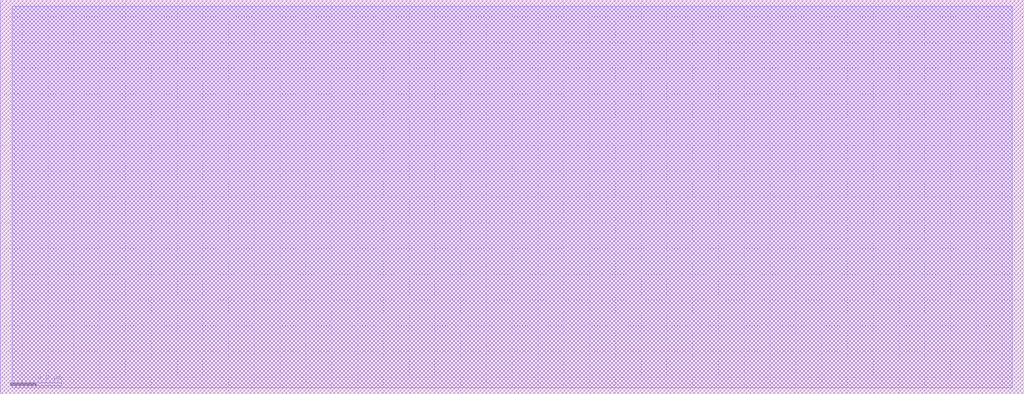
<source format=lef>
# Copyright 2020 The SkyWater PDK Authors
#
# Licensed under the Apache License, Version 2.0 (the "License");
# you may not use this file except in compliance with the License.
# You may obtain a copy of the License at
#
#     https://www.apache.org/licenses/LICENSE-2.0
#
# Unless required by applicable law or agreed to in writing, software
# distributed under the License is distributed on an "AS IS" BASIS,
# WITHOUT WARRANTIES OR CONDITIONS OF ANY KIND, either express or implied.
# See the License for the specific language governing permissions and
# limitations under the License.
#
# SPDX-License-Identifier: Apache-2.0

VERSION 5.7 ;
  NOWIREEXTENSIONATPIN ON ;
  DIVIDERCHAR "/" ;
  BUSBITCHARS "[]" ;
MACRO sky130_fd_pr__rf_sh_auvia__example_182059052
  CLASS BLOCK ;
  FOREIGN sky130_fd_pr__rf_sh_auvia__example_182059052 ;
  ORIGIN  1.985000  0.765000 ;
  SIZE  3.970000 BY  1.530000 ;
  OBS
    LAYER met2 ;
      RECT -1.985000 -0.765000 1.985000 0.765000 ;
    LAYER met3 ;
      RECT -1.985000 -0.765000 1.985000 0.765000 ;
    LAYER via2 ;
      RECT -1.940000 -0.740000 1.940000 0.740000 ;
  END
END sky130_fd_pr__rf_sh_auvia__example_182059052
END LIBRARY

</source>
